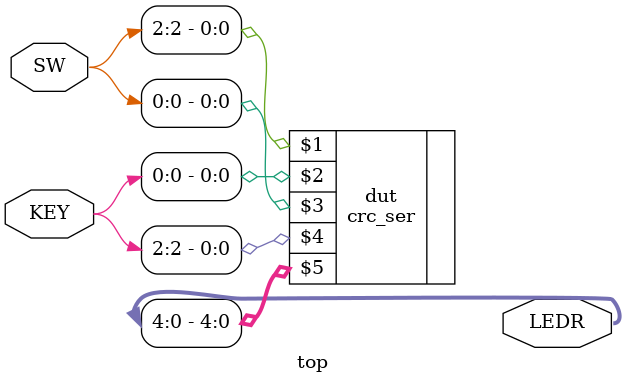
<source format=v>
module top (SW, KEY, LEDR);

    input wire [9:0] SW;        // DE-series switches
    input wire [3:0] KEY;       // DE-series pushbuttons

    output wire [9:0] LEDR;     // DE-series LEDs   

    crc_ser dut (SW[2], KEY[0], SW[0], KEY[2], LEDR[4:0]);
 
endmodule


</source>
